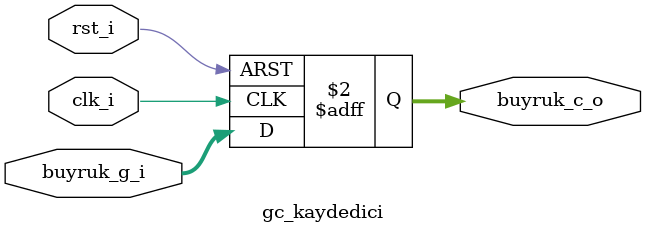
<source format=v>
module gc_kaydedici(input clk_i,                   // Clock girdisi
                   input rst_i,                   // Reset sinyali girdisi
                   input [31:0] buyruk_g_i,       // Bellekten gelen buyruk sinyali
                   output reg [31:0] buyruk_c_o); // Boru hattı çözücüsüne giden sinyaş
    
    // Clock ve Reset sinyali pozitif kenarı ile senkron
    always @(posedge clk_i, posedge rst_i) begin
        if (rst_i) begin
            buyruk_c_o <= 32'b0; // Çözücü sinyali sıfırlandı
        end
        else begin
            buyruk_c_o <= buyruk_g_i; // Bellekten gelen buyruk sinyali çözücüye aktarıldı
        end
    end
endmodule

</source>
